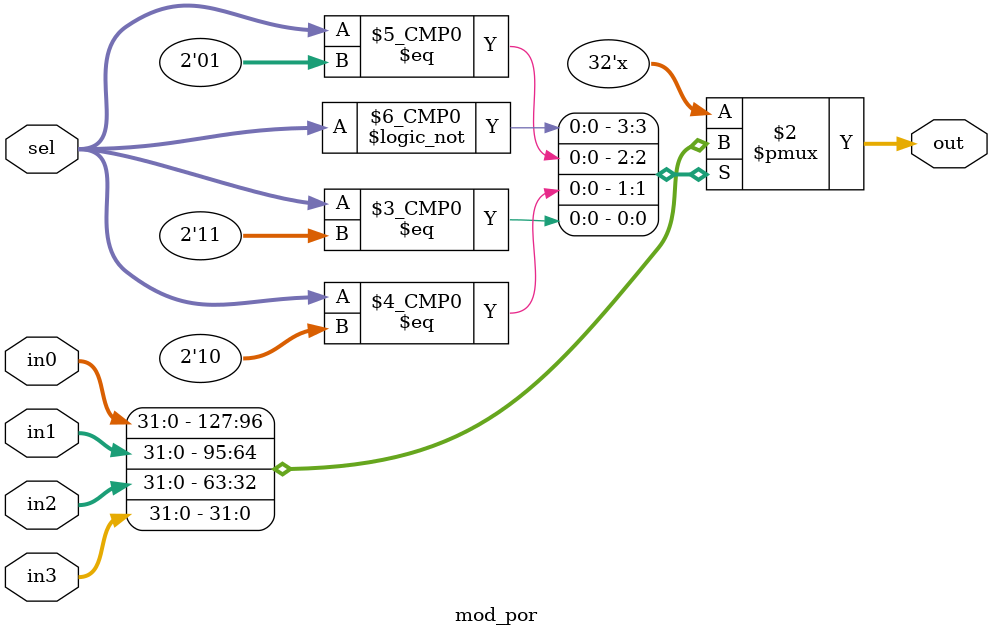
<source format=v>
module mod_por(input [1:0] sel,input [31:0] in0,in1,in2,in3, output reg [31:0] out);
  always@(*)
    begin
      case(sel)
          2'b00: out=in0;
          2'b01: out=in1;
          2'b10: out=in2;
          2'b11: out=in3;
          default: out =32'h00000000;
       endcase
    end
     
 endmodule
      
      
  

  
 
             
  
                  
                  
                
</source>
